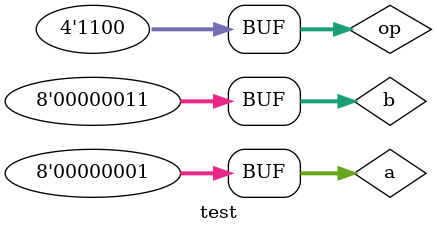
<source format=v>
`include "../ALU/alu.v"

module test;

  reg  signed [7:0] a, b;
  reg  [3:0] op;
  wire signed [7:0] z;

  alu a0 (
    .op(op),
    .a(a), 
    .b(b),
    .z(z));
  
  initial begin
    $monitor ($time, ": a=%d\tb=%d\top=%d\tz=%b", a, b, op, z);  
    #5 a = 21; b = 3; op = 0;  
    #5 a = 2; b = 5; op = 1;  
    #5 a = 5; b = -4; op = 2;  
    #5 a = 9; b = 10; op = 6;  
    #5 a = 2; b = 5; op = 6;  
    #5 a = 1; b = 3; op = 7;  
    #5 a = 6; b = 5; op = 7;  
    #5 a = 1; b = 3; op = 12;  

  end

endmodule

</source>
